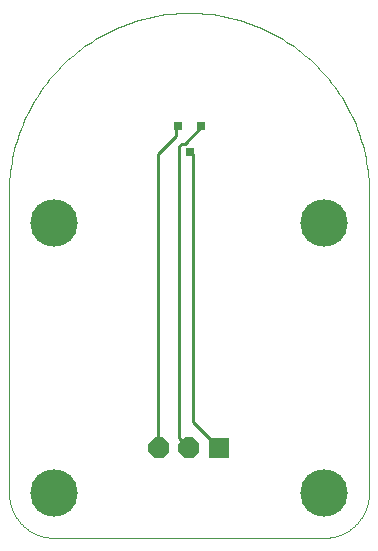
<source format=gtl>
G75*
%MOIN*%
%OFA0B0*%
%FSLAX25Y25*%
%IPPOS*%
%LPD*%
%AMOC8*
5,1,8,0,0,1.08239X$1,22.5*
%
%ADD10R,0.02992X0.02992*%
%ADD11C,0.15811*%
%ADD12C,0.00000*%
%ADD13OC8,0.07000*%
%ADD14R,0.07000X0.07000*%
%ADD15C,0.01000*%
D10*
X0061894Y0130063D03*
X0065437Y0138724D03*
X0057957Y0138724D03*
D11*
X0016500Y0106500D03*
X0016500Y0016500D03*
X0106500Y0016500D03*
X0106500Y0106500D03*
D12*
X0001500Y0116500D02*
X0001500Y0016500D01*
X0001504Y0016138D01*
X0001518Y0015775D01*
X0001539Y0015413D01*
X0001570Y0015052D01*
X0001609Y0014692D01*
X0001657Y0014333D01*
X0001714Y0013975D01*
X0001779Y0013618D01*
X0001853Y0013263D01*
X0001936Y0012910D01*
X0002027Y0012559D01*
X0002126Y0012211D01*
X0002234Y0011865D01*
X0002350Y0011521D01*
X0002475Y0011181D01*
X0002607Y0010844D01*
X0002748Y0010510D01*
X0002897Y0010179D01*
X0003054Y0009852D01*
X0003218Y0009529D01*
X0003390Y0009210D01*
X0003570Y0008896D01*
X0003758Y0008585D01*
X0003953Y0008280D01*
X0004155Y0007979D01*
X0004365Y0007683D01*
X0004581Y0007393D01*
X0004805Y0007107D01*
X0005035Y0006827D01*
X0005272Y0006553D01*
X0005516Y0006285D01*
X0005766Y0006022D01*
X0006022Y0005766D01*
X0006285Y0005516D01*
X0006553Y0005272D01*
X0006827Y0005035D01*
X0007107Y0004805D01*
X0007393Y0004581D01*
X0007683Y0004365D01*
X0007979Y0004155D01*
X0008280Y0003953D01*
X0008585Y0003758D01*
X0008896Y0003570D01*
X0009210Y0003390D01*
X0009529Y0003218D01*
X0009852Y0003054D01*
X0010179Y0002897D01*
X0010510Y0002748D01*
X0010844Y0002607D01*
X0011181Y0002475D01*
X0011521Y0002350D01*
X0011865Y0002234D01*
X0012211Y0002126D01*
X0012559Y0002027D01*
X0012910Y0001936D01*
X0013263Y0001853D01*
X0013618Y0001779D01*
X0013975Y0001714D01*
X0014333Y0001657D01*
X0014692Y0001609D01*
X0015052Y0001570D01*
X0015413Y0001539D01*
X0015775Y0001518D01*
X0016138Y0001504D01*
X0016500Y0001500D01*
X0106500Y0001500D01*
X0106862Y0001504D01*
X0107225Y0001518D01*
X0107587Y0001539D01*
X0107948Y0001570D01*
X0108308Y0001609D01*
X0108667Y0001657D01*
X0109025Y0001714D01*
X0109382Y0001779D01*
X0109737Y0001853D01*
X0110090Y0001936D01*
X0110441Y0002027D01*
X0110789Y0002126D01*
X0111135Y0002234D01*
X0111479Y0002350D01*
X0111819Y0002475D01*
X0112156Y0002607D01*
X0112490Y0002748D01*
X0112821Y0002897D01*
X0113148Y0003054D01*
X0113471Y0003218D01*
X0113790Y0003390D01*
X0114104Y0003570D01*
X0114415Y0003758D01*
X0114720Y0003953D01*
X0115021Y0004155D01*
X0115317Y0004365D01*
X0115607Y0004581D01*
X0115893Y0004805D01*
X0116173Y0005035D01*
X0116447Y0005272D01*
X0116715Y0005516D01*
X0116978Y0005766D01*
X0117234Y0006022D01*
X0117484Y0006285D01*
X0117728Y0006553D01*
X0117965Y0006827D01*
X0118195Y0007107D01*
X0118419Y0007393D01*
X0118635Y0007683D01*
X0118845Y0007979D01*
X0119047Y0008280D01*
X0119242Y0008585D01*
X0119430Y0008896D01*
X0119610Y0009210D01*
X0119782Y0009529D01*
X0119946Y0009852D01*
X0120103Y0010179D01*
X0120252Y0010510D01*
X0120393Y0010844D01*
X0120525Y0011181D01*
X0120650Y0011521D01*
X0120766Y0011865D01*
X0120874Y0012211D01*
X0120973Y0012559D01*
X0121064Y0012910D01*
X0121147Y0013263D01*
X0121221Y0013618D01*
X0121286Y0013975D01*
X0121343Y0014333D01*
X0121391Y0014692D01*
X0121430Y0015052D01*
X0121461Y0015413D01*
X0121482Y0015775D01*
X0121496Y0016138D01*
X0121500Y0016500D01*
X0121500Y0116500D01*
X0121482Y0117961D01*
X0121429Y0119421D01*
X0121340Y0120880D01*
X0121216Y0122336D01*
X0121056Y0123788D01*
X0120861Y0125236D01*
X0120630Y0126679D01*
X0120365Y0128116D01*
X0120065Y0129546D01*
X0119730Y0130968D01*
X0119360Y0132382D01*
X0118956Y0133786D01*
X0118518Y0135180D01*
X0118046Y0136563D01*
X0117541Y0137934D01*
X0117002Y0139292D01*
X0116431Y0140637D01*
X0115827Y0141967D01*
X0115191Y0143283D01*
X0114523Y0144582D01*
X0113823Y0145865D01*
X0113092Y0147130D01*
X0112331Y0148378D01*
X0111540Y0149606D01*
X0110719Y0150815D01*
X0109869Y0152003D01*
X0108990Y0153170D01*
X0108083Y0154316D01*
X0107148Y0155439D01*
X0106186Y0156539D01*
X0105198Y0157615D01*
X0104184Y0158667D01*
X0103144Y0159694D01*
X0102080Y0160695D01*
X0100992Y0161671D01*
X0099880Y0162619D01*
X0098746Y0163540D01*
X0097589Y0164433D01*
X0096412Y0165297D01*
X0095213Y0166133D01*
X0093994Y0166939D01*
X0092756Y0167716D01*
X0091500Y0168462D01*
X0090226Y0169177D01*
X0088935Y0169861D01*
X0087627Y0170513D01*
X0086304Y0171133D01*
X0084966Y0171721D01*
X0083615Y0172276D01*
X0082250Y0172798D01*
X0080873Y0173286D01*
X0079484Y0173741D01*
X0078085Y0174162D01*
X0076676Y0174549D01*
X0075258Y0174901D01*
X0073832Y0175219D01*
X0072398Y0175502D01*
X0070958Y0175750D01*
X0069513Y0175963D01*
X0068062Y0176140D01*
X0066608Y0176282D01*
X0065151Y0176389D01*
X0063691Y0176460D01*
X0062231Y0176496D01*
X0060769Y0176496D01*
X0059309Y0176460D01*
X0057849Y0176389D01*
X0056392Y0176282D01*
X0054938Y0176140D01*
X0053487Y0175963D01*
X0052042Y0175750D01*
X0050602Y0175502D01*
X0049168Y0175219D01*
X0047742Y0174901D01*
X0046324Y0174549D01*
X0044915Y0174162D01*
X0043516Y0173741D01*
X0042127Y0173286D01*
X0040750Y0172798D01*
X0039385Y0172276D01*
X0038034Y0171721D01*
X0036696Y0171133D01*
X0035373Y0170513D01*
X0034065Y0169861D01*
X0032774Y0169177D01*
X0031500Y0168462D01*
X0030244Y0167716D01*
X0029006Y0166939D01*
X0027787Y0166133D01*
X0026588Y0165297D01*
X0025411Y0164433D01*
X0024254Y0163540D01*
X0023120Y0162619D01*
X0022008Y0161671D01*
X0020920Y0160695D01*
X0019856Y0159694D01*
X0018816Y0158667D01*
X0017802Y0157615D01*
X0016814Y0156539D01*
X0015852Y0155439D01*
X0014917Y0154316D01*
X0014010Y0153170D01*
X0013131Y0152003D01*
X0012281Y0150815D01*
X0011460Y0149606D01*
X0010669Y0148378D01*
X0009908Y0147130D01*
X0009177Y0145865D01*
X0008477Y0144582D01*
X0007809Y0143283D01*
X0007173Y0141967D01*
X0006569Y0140637D01*
X0005998Y0139292D01*
X0005459Y0137934D01*
X0004954Y0136563D01*
X0004482Y0135180D01*
X0004044Y0133786D01*
X0003640Y0132382D01*
X0003270Y0130968D01*
X0002935Y0129546D01*
X0002635Y0128116D01*
X0002370Y0126679D01*
X0002139Y0125236D01*
X0001944Y0123788D01*
X0001784Y0122336D01*
X0001660Y0120880D01*
X0001571Y0119421D01*
X0001518Y0117961D01*
X0001500Y0116500D01*
D13*
X0051500Y0031500D03*
X0061500Y0031500D03*
D14*
X0071500Y0031500D03*
D15*
X0070800Y0032100D01*
X0062700Y0040200D01*
X0062700Y0129300D01*
X0061894Y0130063D01*
X0060000Y0132900D02*
X0059100Y0132900D01*
X0058200Y0132000D01*
X0058200Y0034800D01*
X0061500Y0031500D01*
X0051500Y0031500D02*
X0051000Y0032100D01*
X0051000Y0129300D01*
X0057300Y0135600D01*
X0057300Y0138300D01*
X0057957Y0138724D01*
X0060000Y0132900D02*
X0065400Y0138300D01*
X0065437Y0138724D01*
M02*

</source>
